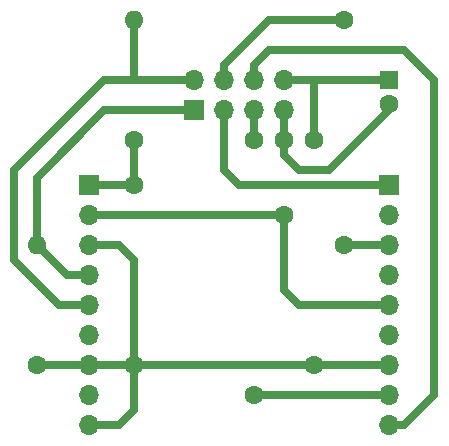
<source format=gbr>
G04 #@! TF.GenerationSoftware,KiCad,Pcbnew,(5.0.0-3-g5ebb6b6)*
G04 #@! TF.CreationDate,2018-08-03T23:47:14+02:00*
G04 #@! TF.ProjectId,IMU,494D552E6B696361645F706362000000,rev?*
G04 #@! TF.SameCoordinates,PX54c81a0PY6d01460*
G04 #@! TF.FileFunction,Copper,L2,Bot,Signal*
G04 #@! TF.FilePolarity,Positive*
%FSLAX46Y46*%
G04 Gerber Fmt 4.6, Leading zero omitted, Abs format (unit mm)*
G04 Created by KiCad (PCBNEW (5.0.0-3-g5ebb6b6)) date 2018 August 03, Friday 23:47:14*
%MOMM*%
%LPD*%
G01*
G04 APERTURE LIST*
G04 #@! TA.AperFunction,ComponentPad*
%ADD10C,1.600000*%
G04 #@! TD*
G04 #@! TA.AperFunction,ComponentPad*
%ADD11R,1.600000X1.600000*%
G04 #@! TD*
G04 #@! TA.AperFunction,ComponentPad*
%ADD12O,1.700000X1.700000*%
G04 #@! TD*
G04 #@! TA.AperFunction,ComponentPad*
%ADD13R,1.700000X1.700000*%
G04 #@! TD*
G04 #@! TA.AperFunction,ComponentPad*
%ADD14O,1.600000X1.600000*%
G04 #@! TD*
G04 #@! TA.AperFunction,ViaPad*
%ADD15C,1.600000*%
G04 #@! TD*
G04 #@! TA.AperFunction,Conductor*
%ADD16C,0.635000*%
G04 #@! TD*
G04 APERTURE END LIST*
D10*
G04 #@! TO.P,C1,2*
G04 #@! TO.N,GND*
X33020000Y32290000D03*
D11*
G04 #@! TO.P,C1,1*
G04 #@! TO.N,RST_21002*
X33020000Y34290000D03*
G04 #@! TD*
D12*
G04 #@! TO.P,J2,9*
G04 #@! TO.N,RST_21002*
X7620000Y5080000D03*
G04 #@! TO.P,J2,8*
G04 #@! TO.N,N/C*
X7620000Y7620000D03*
G04 #@! TO.P,J2,7*
G04 #@! TO.N,RST_21002*
X7620000Y10160000D03*
G04 #@! TO.P,J2,6*
G04 #@! TO.N,N/C*
X7620000Y12700000D03*
G04 #@! TO.P,J2,5*
G04 #@! TO.N,SDA*
X7620000Y15240000D03*
G04 #@! TO.P,J2,4*
G04 #@! TO.N,SCL*
X7620000Y17780000D03*
G04 #@! TO.P,J2,3*
G04 #@! TO.N,RST_21002*
X7620000Y20320000D03*
G04 #@! TO.P,J2,2*
G04 #@! TO.N,GND*
X7620000Y22860000D03*
D13*
G04 #@! TO.P,J2,1*
G04 #@! TO.N,RST_21002*
X7620000Y25400000D03*
G04 #@! TD*
G04 #@! TO.P,J3,1*
G04 #@! TO.N,INT1_8700*
X33020000Y25400000D03*
D12*
G04 #@! TO.P,J3,2*
G04 #@! TO.N,N/C*
X33020000Y22860000D03*
G04 #@! TO.P,J3,3*
G04 #@! TO.N,INT2_8700*
X33020000Y20320000D03*
G04 #@! TO.P,J3,4*
G04 #@! TO.N,N/C*
X33020000Y17780000D03*
G04 #@! TO.P,J3,5*
G04 #@! TO.N,GND*
X33020000Y15240000D03*
G04 #@! TO.P,J3,6*
G04 #@! TO.N,N/C*
X33020000Y12700000D03*
G04 #@! TO.P,J3,7*
G04 #@! TO.N,RST_21002*
X33020000Y10160000D03*
G04 #@! TO.P,J3,8*
G04 #@! TO.N,INT1_21002*
X33020000Y7620000D03*
G04 #@! TO.P,J3,9*
G04 #@! TO.N,INT2_21002*
X33020000Y5080000D03*
G04 #@! TD*
D10*
G04 #@! TO.P,R1,1*
G04 #@! TO.N,RST_21002*
X11430000Y29210000D03*
D14*
G04 #@! TO.P,R1,2*
G04 #@! TO.N,SDA*
X11430000Y39370000D03*
G04 #@! TD*
G04 #@! TO.P,R2,2*
G04 #@! TO.N,SCL*
X3175000Y20320000D03*
D10*
G04 #@! TO.P,R2,1*
G04 #@! TO.N,RST_21002*
X3175000Y10160000D03*
G04 #@! TD*
D12*
G04 #@! TO.P,J1,8*
G04 #@! TO.N,RST_21002*
X24130000Y34290000D03*
G04 #@! TO.P,J1,7*
G04 #@! TO.N,GND*
X24130000Y31750000D03*
G04 #@! TO.P,J1,6*
G04 #@! TO.N,INT2_21002*
X21590000Y34290000D03*
G04 #@! TO.P,J1,5*
G04 #@! TO.N,INT1_21002*
X21590000Y31750000D03*
G04 #@! TO.P,J1,4*
G04 #@! TO.N,INT2_8700*
X19050000Y34290000D03*
G04 #@! TO.P,J1,3*
G04 #@! TO.N,INT1_8700*
X19050000Y31750000D03*
G04 #@! TO.P,J1,2*
G04 #@! TO.N,SDA*
X16510000Y34290000D03*
D13*
G04 #@! TO.P,J1,1*
G04 #@! TO.N,SCL*
X16510000Y31750000D03*
G04 #@! TD*
D15*
G04 #@! TO.N,GND*
X24130000Y22860000D03*
X24130000Y29210000D03*
G04 #@! TO.N,RST_21002*
X26670000Y10160000D03*
X26670000Y29210000D03*
X11430000Y10160000D03*
X11430000Y25400000D03*
G04 #@! TO.N,INT1_21002*
X21590000Y7620000D03*
X21590000Y29210000D03*
G04 #@! TO.N,INT2_8700*
X29210000Y20320000D03*
X29210000Y39370000D03*
G04 #@! TD*
D16*
G04 #@! TO.N,GND*
X24130000Y31750000D02*
X24130000Y29210000D01*
X25400000Y15240000D02*
X33020000Y15240000D01*
X24130000Y16510000D02*
X25400000Y15240000D01*
X24130000Y22860000D02*
X24130000Y16510000D01*
X24130000Y22860000D02*
X7620000Y22860000D01*
X24130000Y29210000D02*
X24130000Y27940000D01*
X33020000Y31750000D02*
X33020000Y32290000D01*
X27940000Y26670000D02*
X33020000Y31750000D01*
X27940000Y26670000D02*
X25400000Y26670000D01*
X25400000Y26670000D02*
X24130000Y27940000D01*
G04 #@! TO.N,RST_21002*
X33020000Y10160000D02*
X26670000Y10160000D01*
X26670000Y10160000D02*
X11430000Y10160000D01*
X26670000Y34290000D02*
X26670000Y29210000D01*
X7620000Y5080000D02*
X8890000Y5080000D01*
X11430000Y6350000D02*
X11430000Y10160000D01*
X10160000Y5080000D02*
X11430000Y6350000D01*
X8890000Y5080000D02*
X10160000Y5080000D01*
X7620000Y25400000D02*
X11430000Y25400000D01*
X7620000Y10160000D02*
X11430000Y10160000D01*
X7620000Y20320000D02*
X10160000Y20320000D01*
X11430000Y19050000D02*
X11430000Y10160000D01*
X10160000Y20320000D02*
X11430000Y19050000D01*
X24130000Y34290000D02*
X26670000Y34290000D01*
X11430000Y29210000D02*
X11430000Y25400000D01*
X3175000Y10160000D02*
X7620000Y10160000D01*
X26670000Y34290000D02*
X33020000Y34290000D01*
G04 #@! TO.N,INT2_21002*
X21590000Y34290000D02*
X21590000Y35560000D01*
X36830000Y7620000D02*
X34290000Y5080000D01*
X34290000Y5080000D02*
X33020000Y5080000D01*
X21590000Y35560000D02*
X22860000Y36830000D01*
X22860000Y36830000D02*
X34290000Y36830000D01*
X34290000Y36830000D02*
X36830000Y34290000D01*
X36830000Y34290000D02*
X36830000Y7620000D01*
G04 #@! TO.N,INT1_21002*
X21590000Y31750000D02*
X21590000Y29210000D01*
X21590000Y7620000D02*
X33020000Y7620000D01*
G04 #@! TO.N,INT2_8700*
X19050000Y34290000D02*
X19050000Y35560000D01*
X29210000Y20320000D02*
X33020000Y20320000D01*
X22860000Y39370000D02*
X29210000Y39370000D01*
X19050000Y35560000D02*
X22860000Y39370000D01*
G04 #@! TO.N,INT1_8700*
X33020000Y25400000D02*
X20320000Y25400000D01*
X19050000Y26670000D02*
X19050000Y31750000D01*
X20320000Y25400000D02*
X19050000Y26670000D01*
G04 #@! TO.N,SDA*
X16510000Y34290000D02*
X11430000Y34290000D01*
X11430000Y39370000D02*
X11430000Y34290000D01*
X7620000Y15240000D02*
X5080000Y15240000D01*
X8890000Y34290000D02*
X11430000Y34290000D01*
X5080000Y15240000D02*
X1270000Y19050000D01*
X1270000Y19050000D02*
X1270000Y26670000D01*
X1270000Y26670000D02*
X8890000Y34290000D01*
G04 #@! TO.N,SCL*
X16510000Y31750000D02*
X8890000Y31750000D01*
X3175000Y26035000D02*
X3175000Y20320000D01*
X8890000Y31750000D02*
X3175000Y26035000D01*
X7620000Y17780000D02*
X5715000Y17780000D01*
X5715000Y17780000D02*
X3175000Y20320000D01*
G04 #@! TD*
M02*

</source>
